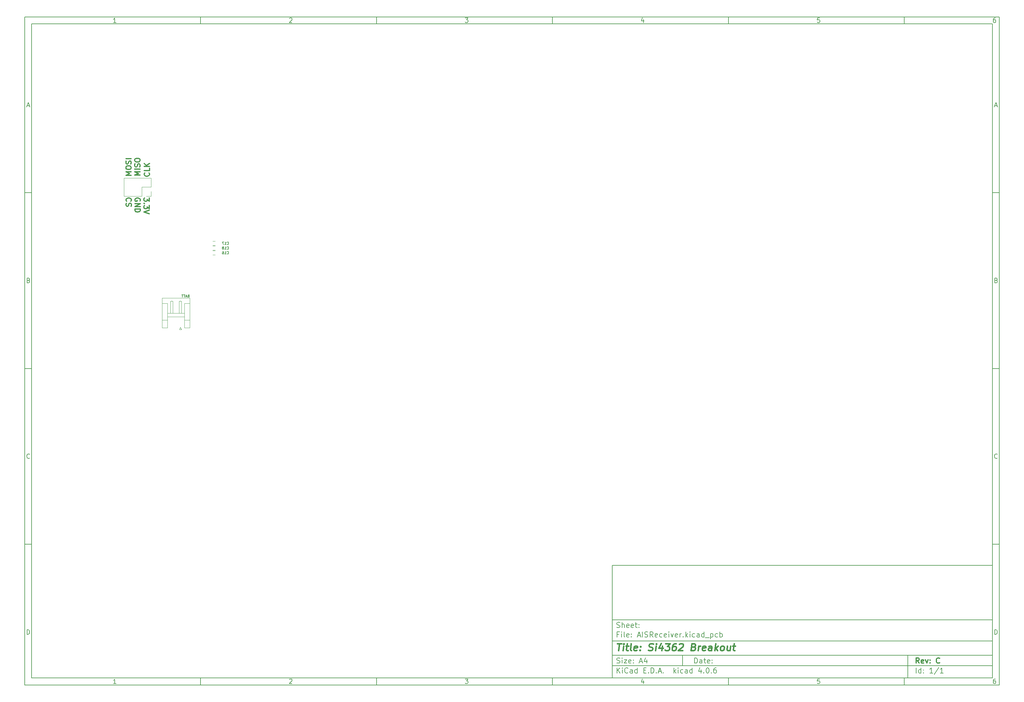
<source format=gbr>
G04 #@! TF.FileFunction,Legend,Bot*
%FSLAX46Y46*%
G04 Gerber Fmt 4.6, Leading zero omitted, Abs format (unit mm)*
G04 Created by KiCad (PCBNEW 4.0.6) date 09/08/17 15:19:15*
%MOMM*%
%LPD*%
G01*
G04 APERTURE LIST*
%ADD10C,0.150000*%
%ADD11C,0.300000*%
%ADD12C,0.400000*%
%ADD13C,0.120000*%
G04 APERTURE END LIST*
D10*
X177002200Y-166007200D02*
X177002200Y-198007200D01*
X285002200Y-198007200D01*
X285002200Y-166007200D01*
X177002200Y-166007200D01*
X10000000Y-10000000D02*
X10000000Y-200007200D01*
X287002200Y-200007200D01*
X287002200Y-10000000D01*
X10000000Y-10000000D01*
X12000000Y-12000000D02*
X12000000Y-198007200D01*
X285002200Y-198007200D01*
X285002200Y-12000000D01*
X12000000Y-12000000D01*
X60000000Y-12000000D02*
X60000000Y-10000000D01*
X110000000Y-12000000D02*
X110000000Y-10000000D01*
X160000000Y-12000000D02*
X160000000Y-10000000D01*
X210000000Y-12000000D02*
X210000000Y-10000000D01*
X260000000Y-12000000D02*
X260000000Y-10000000D01*
X35990476Y-11588095D02*
X35247619Y-11588095D01*
X35619048Y-11588095D02*
X35619048Y-10288095D01*
X35495238Y-10473810D01*
X35371429Y-10597619D01*
X35247619Y-10659524D01*
X85247619Y-10411905D02*
X85309524Y-10350000D01*
X85433333Y-10288095D01*
X85742857Y-10288095D01*
X85866667Y-10350000D01*
X85928571Y-10411905D01*
X85990476Y-10535714D01*
X85990476Y-10659524D01*
X85928571Y-10845238D01*
X85185714Y-11588095D01*
X85990476Y-11588095D01*
X135185714Y-10288095D02*
X135990476Y-10288095D01*
X135557143Y-10783333D01*
X135742857Y-10783333D01*
X135866667Y-10845238D01*
X135928571Y-10907143D01*
X135990476Y-11030952D01*
X135990476Y-11340476D01*
X135928571Y-11464286D01*
X135866667Y-11526190D01*
X135742857Y-11588095D01*
X135371429Y-11588095D01*
X135247619Y-11526190D01*
X135185714Y-11464286D01*
X185866667Y-10721429D02*
X185866667Y-11588095D01*
X185557143Y-10226190D02*
X185247619Y-11154762D01*
X186052381Y-11154762D01*
X235928571Y-10288095D02*
X235309524Y-10288095D01*
X235247619Y-10907143D01*
X235309524Y-10845238D01*
X235433333Y-10783333D01*
X235742857Y-10783333D01*
X235866667Y-10845238D01*
X235928571Y-10907143D01*
X235990476Y-11030952D01*
X235990476Y-11340476D01*
X235928571Y-11464286D01*
X235866667Y-11526190D01*
X235742857Y-11588095D01*
X235433333Y-11588095D01*
X235309524Y-11526190D01*
X235247619Y-11464286D01*
X285866667Y-10288095D02*
X285619048Y-10288095D01*
X285495238Y-10350000D01*
X285433333Y-10411905D01*
X285309524Y-10597619D01*
X285247619Y-10845238D01*
X285247619Y-11340476D01*
X285309524Y-11464286D01*
X285371429Y-11526190D01*
X285495238Y-11588095D01*
X285742857Y-11588095D01*
X285866667Y-11526190D01*
X285928571Y-11464286D01*
X285990476Y-11340476D01*
X285990476Y-11030952D01*
X285928571Y-10907143D01*
X285866667Y-10845238D01*
X285742857Y-10783333D01*
X285495238Y-10783333D01*
X285371429Y-10845238D01*
X285309524Y-10907143D01*
X285247619Y-11030952D01*
X60000000Y-198007200D02*
X60000000Y-200007200D01*
X110000000Y-198007200D02*
X110000000Y-200007200D01*
X160000000Y-198007200D02*
X160000000Y-200007200D01*
X210000000Y-198007200D02*
X210000000Y-200007200D01*
X260000000Y-198007200D02*
X260000000Y-200007200D01*
X35990476Y-199595295D02*
X35247619Y-199595295D01*
X35619048Y-199595295D02*
X35619048Y-198295295D01*
X35495238Y-198481010D01*
X35371429Y-198604819D01*
X35247619Y-198666724D01*
X85247619Y-198419105D02*
X85309524Y-198357200D01*
X85433333Y-198295295D01*
X85742857Y-198295295D01*
X85866667Y-198357200D01*
X85928571Y-198419105D01*
X85990476Y-198542914D01*
X85990476Y-198666724D01*
X85928571Y-198852438D01*
X85185714Y-199595295D01*
X85990476Y-199595295D01*
X135185714Y-198295295D02*
X135990476Y-198295295D01*
X135557143Y-198790533D01*
X135742857Y-198790533D01*
X135866667Y-198852438D01*
X135928571Y-198914343D01*
X135990476Y-199038152D01*
X135990476Y-199347676D01*
X135928571Y-199471486D01*
X135866667Y-199533390D01*
X135742857Y-199595295D01*
X135371429Y-199595295D01*
X135247619Y-199533390D01*
X135185714Y-199471486D01*
X185866667Y-198728629D02*
X185866667Y-199595295D01*
X185557143Y-198233390D02*
X185247619Y-199161962D01*
X186052381Y-199161962D01*
X235928571Y-198295295D02*
X235309524Y-198295295D01*
X235247619Y-198914343D01*
X235309524Y-198852438D01*
X235433333Y-198790533D01*
X235742857Y-198790533D01*
X235866667Y-198852438D01*
X235928571Y-198914343D01*
X235990476Y-199038152D01*
X235990476Y-199347676D01*
X235928571Y-199471486D01*
X235866667Y-199533390D01*
X235742857Y-199595295D01*
X235433333Y-199595295D01*
X235309524Y-199533390D01*
X235247619Y-199471486D01*
X285866667Y-198295295D02*
X285619048Y-198295295D01*
X285495238Y-198357200D01*
X285433333Y-198419105D01*
X285309524Y-198604819D01*
X285247619Y-198852438D01*
X285247619Y-199347676D01*
X285309524Y-199471486D01*
X285371429Y-199533390D01*
X285495238Y-199595295D01*
X285742857Y-199595295D01*
X285866667Y-199533390D01*
X285928571Y-199471486D01*
X285990476Y-199347676D01*
X285990476Y-199038152D01*
X285928571Y-198914343D01*
X285866667Y-198852438D01*
X285742857Y-198790533D01*
X285495238Y-198790533D01*
X285371429Y-198852438D01*
X285309524Y-198914343D01*
X285247619Y-199038152D01*
X10000000Y-60000000D02*
X12000000Y-60000000D01*
X10000000Y-110000000D02*
X12000000Y-110000000D01*
X10000000Y-160000000D02*
X12000000Y-160000000D01*
X10690476Y-35216667D02*
X11309524Y-35216667D01*
X10566667Y-35588095D02*
X11000000Y-34288095D01*
X11433333Y-35588095D01*
X11092857Y-84907143D02*
X11278571Y-84969048D01*
X11340476Y-85030952D01*
X11402381Y-85154762D01*
X11402381Y-85340476D01*
X11340476Y-85464286D01*
X11278571Y-85526190D01*
X11154762Y-85588095D01*
X10659524Y-85588095D01*
X10659524Y-84288095D01*
X11092857Y-84288095D01*
X11216667Y-84350000D01*
X11278571Y-84411905D01*
X11340476Y-84535714D01*
X11340476Y-84659524D01*
X11278571Y-84783333D01*
X11216667Y-84845238D01*
X11092857Y-84907143D01*
X10659524Y-84907143D01*
X11402381Y-135464286D02*
X11340476Y-135526190D01*
X11154762Y-135588095D01*
X11030952Y-135588095D01*
X10845238Y-135526190D01*
X10721429Y-135402381D01*
X10659524Y-135278571D01*
X10597619Y-135030952D01*
X10597619Y-134845238D01*
X10659524Y-134597619D01*
X10721429Y-134473810D01*
X10845238Y-134350000D01*
X11030952Y-134288095D01*
X11154762Y-134288095D01*
X11340476Y-134350000D01*
X11402381Y-134411905D01*
X10659524Y-185588095D02*
X10659524Y-184288095D01*
X10969048Y-184288095D01*
X11154762Y-184350000D01*
X11278571Y-184473810D01*
X11340476Y-184597619D01*
X11402381Y-184845238D01*
X11402381Y-185030952D01*
X11340476Y-185278571D01*
X11278571Y-185402381D01*
X11154762Y-185526190D01*
X10969048Y-185588095D01*
X10659524Y-185588095D01*
X287002200Y-60000000D02*
X285002200Y-60000000D01*
X287002200Y-110000000D02*
X285002200Y-110000000D01*
X287002200Y-160000000D02*
X285002200Y-160000000D01*
X285692676Y-35216667D02*
X286311724Y-35216667D01*
X285568867Y-35588095D02*
X286002200Y-34288095D01*
X286435533Y-35588095D01*
X286095057Y-84907143D02*
X286280771Y-84969048D01*
X286342676Y-85030952D01*
X286404581Y-85154762D01*
X286404581Y-85340476D01*
X286342676Y-85464286D01*
X286280771Y-85526190D01*
X286156962Y-85588095D01*
X285661724Y-85588095D01*
X285661724Y-84288095D01*
X286095057Y-84288095D01*
X286218867Y-84350000D01*
X286280771Y-84411905D01*
X286342676Y-84535714D01*
X286342676Y-84659524D01*
X286280771Y-84783333D01*
X286218867Y-84845238D01*
X286095057Y-84907143D01*
X285661724Y-84907143D01*
X286404581Y-135464286D02*
X286342676Y-135526190D01*
X286156962Y-135588095D01*
X286033152Y-135588095D01*
X285847438Y-135526190D01*
X285723629Y-135402381D01*
X285661724Y-135278571D01*
X285599819Y-135030952D01*
X285599819Y-134845238D01*
X285661724Y-134597619D01*
X285723629Y-134473810D01*
X285847438Y-134350000D01*
X286033152Y-134288095D01*
X286156962Y-134288095D01*
X286342676Y-134350000D01*
X286404581Y-134411905D01*
X285661724Y-185588095D02*
X285661724Y-184288095D01*
X285971248Y-184288095D01*
X286156962Y-184350000D01*
X286280771Y-184473810D01*
X286342676Y-184597619D01*
X286404581Y-184845238D01*
X286404581Y-185030952D01*
X286342676Y-185278571D01*
X286280771Y-185402381D01*
X286156962Y-185526190D01*
X285971248Y-185588095D01*
X285661724Y-185588095D01*
X200359343Y-193785771D02*
X200359343Y-192285771D01*
X200716486Y-192285771D01*
X200930771Y-192357200D01*
X201073629Y-192500057D01*
X201145057Y-192642914D01*
X201216486Y-192928629D01*
X201216486Y-193142914D01*
X201145057Y-193428629D01*
X201073629Y-193571486D01*
X200930771Y-193714343D01*
X200716486Y-193785771D01*
X200359343Y-193785771D01*
X202502200Y-193785771D02*
X202502200Y-193000057D01*
X202430771Y-192857200D01*
X202287914Y-192785771D01*
X202002200Y-192785771D01*
X201859343Y-192857200D01*
X202502200Y-193714343D02*
X202359343Y-193785771D01*
X202002200Y-193785771D01*
X201859343Y-193714343D01*
X201787914Y-193571486D01*
X201787914Y-193428629D01*
X201859343Y-193285771D01*
X202002200Y-193214343D01*
X202359343Y-193214343D01*
X202502200Y-193142914D01*
X203002200Y-192785771D02*
X203573629Y-192785771D01*
X203216486Y-192285771D02*
X203216486Y-193571486D01*
X203287914Y-193714343D01*
X203430772Y-193785771D01*
X203573629Y-193785771D01*
X204645057Y-193714343D02*
X204502200Y-193785771D01*
X204216486Y-193785771D01*
X204073629Y-193714343D01*
X204002200Y-193571486D01*
X204002200Y-193000057D01*
X204073629Y-192857200D01*
X204216486Y-192785771D01*
X204502200Y-192785771D01*
X204645057Y-192857200D01*
X204716486Y-193000057D01*
X204716486Y-193142914D01*
X204002200Y-193285771D01*
X205359343Y-193642914D02*
X205430771Y-193714343D01*
X205359343Y-193785771D01*
X205287914Y-193714343D01*
X205359343Y-193642914D01*
X205359343Y-193785771D01*
X205359343Y-192857200D02*
X205430771Y-192928629D01*
X205359343Y-193000057D01*
X205287914Y-192928629D01*
X205359343Y-192857200D01*
X205359343Y-193000057D01*
X177002200Y-194507200D02*
X285002200Y-194507200D01*
X178359343Y-196585771D02*
X178359343Y-195085771D01*
X179216486Y-196585771D02*
X178573629Y-195728629D01*
X179216486Y-195085771D02*
X178359343Y-195942914D01*
X179859343Y-196585771D02*
X179859343Y-195585771D01*
X179859343Y-195085771D02*
X179787914Y-195157200D01*
X179859343Y-195228629D01*
X179930771Y-195157200D01*
X179859343Y-195085771D01*
X179859343Y-195228629D01*
X181430772Y-196442914D02*
X181359343Y-196514343D01*
X181145057Y-196585771D01*
X181002200Y-196585771D01*
X180787915Y-196514343D01*
X180645057Y-196371486D01*
X180573629Y-196228629D01*
X180502200Y-195942914D01*
X180502200Y-195728629D01*
X180573629Y-195442914D01*
X180645057Y-195300057D01*
X180787915Y-195157200D01*
X181002200Y-195085771D01*
X181145057Y-195085771D01*
X181359343Y-195157200D01*
X181430772Y-195228629D01*
X182716486Y-196585771D02*
X182716486Y-195800057D01*
X182645057Y-195657200D01*
X182502200Y-195585771D01*
X182216486Y-195585771D01*
X182073629Y-195657200D01*
X182716486Y-196514343D02*
X182573629Y-196585771D01*
X182216486Y-196585771D01*
X182073629Y-196514343D01*
X182002200Y-196371486D01*
X182002200Y-196228629D01*
X182073629Y-196085771D01*
X182216486Y-196014343D01*
X182573629Y-196014343D01*
X182716486Y-195942914D01*
X184073629Y-196585771D02*
X184073629Y-195085771D01*
X184073629Y-196514343D02*
X183930772Y-196585771D01*
X183645058Y-196585771D01*
X183502200Y-196514343D01*
X183430772Y-196442914D01*
X183359343Y-196300057D01*
X183359343Y-195871486D01*
X183430772Y-195728629D01*
X183502200Y-195657200D01*
X183645058Y-195585771D01*
X183930772Y-195585771D01*
X184073629Y-195657200D01*
X185930772Y-195800057D02*
X186430772Y-195800057D01*
X186645058Y-196585771D02*
X185930772Y-196585771D01*
X185930772Y-195085771D01*
X186645058Y-195085771D01*
X187287915Y-196442914D02*
X187359343Y-196514343D01*
X187287915Y-196585771D01*
X187216486Y-196514343D01*
X187287915Y-196442914D01*
X187287915Y-196585771D01*
X188002201Y-196585771D02*
X188002201Y-195085771D01*
X188359344Y-195085771D01*
X188573629Y-195157200D01*
X188716487Y-195300057D01*
X188787915Y-195442914D01*
X188859344Y-195728629D01*
X188859344Y-195942914D01*
X188787915Y-196228629D01*
X188716487Y-196371486D01*
X188573629Y-196514343D01*
X188359344Y-196585771D01*
X188002201Y-196585771D01*
X189502201Y-196442914D02*
X189573629Y-196514343D01*
X189502201Y-196585771D01*
X189430772Y-196514343D01*
X189502201Y-196442914D01*
X189502201Y-196585771D01*
X190145058Y-196157200D02*
X190859344Y-196157200D01*
X190002201Y-196585771D02*
X190502201Y-195085771D01*
X191002201Y-196585771D01*
X191502201Y-196442914D02*
X191573629Y-196514343D01*
X191502201Y-196585771D01*
X191430772Y-196514343D01*
X191502201Y-196442914D01*
X191502201Y-196585771D01*
X194502201Y-196585771D02*
X194502201Y-195085771D01*
X194645058Y-196014343D02*
X195073629Y-196585771D01*
X195073629Y-195585771D02*
X194502201Y-196157200D01*
X195716487Y-196585771D02*
X195716487Y-195585771D01*
X195716487Y-195085771D02*
X195645058Y-195157200D01*
X195716487Y-195228629D01*
X195787915Y-195157200D01*
X195716487Y-195085771D01*
X195716487Y-195228629D01*
X197073630Y-196514343D02*
X196930773Y-196585771D01*
X196645059Y-196585771D01*
X196502201Y-196514343D01*
X196430773Y-196442914D01*
X196359344Y-196300057D01*
X196359344Y-195871486D01*
X196430773Y-195728629D01*
X196502201Y-195657200D01*
X196645059Y-195585771D01*
X196930773Y-195585771D01*
X197073630Y-195657200D01*
X198359344Y-196585771D02*
X198359344Y-195800057D01*
X198287915Y-195657200D01*
X198145058Y-195585771D01*
X197859344Y-195585771D01*
X197716487Y-195657200D01*
X198359344Y-196514343D02*
X198216487Y-196585771D01*
X197859344Y-196585771D01*
X197716487Y-196514343D01*
X197645058Y-196371486D01*
X197645058Y-196228629D01*
X197716487Y-196085771D01*
X197859344Y-196014343D01*
X198216487Y-196014343D01*
X198359344Y-195942914D01*
X199716487Y-196585771D02*
X199716487Y-195085771D01*
X199716487Y-196514343D02*
X199573630Y-196585771D01*
X199287916Y-196585771D01*
X199145058Y-196514343D01*
X199073630Y-196442914D01*
X199002201Y-196300057D01*
X199002201Y-195871486D01*
X199073630Y-195728629D01*
X199145058Y-195657200D01*
X199287916Y-195585771D01*
X199573630Y-195585771D01*
X199716487Y-195657200D01*
X202216487Y-195585771D02*
X202216487Y-196585771D01*
X201859344Y-195014343D02*
X201502201Y-196085771D01*
X202430773Y-196085771D01*
X203002201Y-196442914D02*
X203073629Y-196514343D01*
X203002201Y-196585771D01*
X202930772Y-196514343D01*
X203002201Y-196442914D01*
X203002201Y-196585771D01*
X204002201Y-195085771D02*
X204145058Y-195085771D01*
X204287915Y-195157200D01*
X204359344Y-195228629D01*
X204430773Y-195371486D01*
X204502201Y-195657200D01*
X204502201Y-196014343D01*
X204430773Y-196300057D01*
X204359344Y-196442914D01*
X204287915Y-196514343D01*
X204145058Y-196585771D01*
X204002201Y-196585771D01*
X203859344Y-196514343D01*
X203787915Y-196442914D01*
X203716487Y-196300057D01*
X203645058Y-196014343D01*
X203645058Y-195657200D01*
X203716487Y-195371486D01*
X203787915Y-195228629D01*
X203859344Y-195157200D01*
X204002201Y-195085771D01*
X205145058Y-196442914D02*
X205216486Y-196514343D01*
X205145058Y-196585771D01*
X205073629Y-196514343D01*
X205145058Y-196442914D01*
X205145058Y-196585771D01*
X206502201Y-195085771D02*
X206216487Y-195085771D01*
X206073630Y-195157200D01*
X206002201Y-195228629D01*
X205859344Y-195442914D01*
X205787915Y-195728629D01*
X205787915Y-196300057D01*
X205859344Y-196442914D01*
X205930772Y-196514343D01*
X206073630Y-196585771D01*
X206359344Y-196585771D01*
X206502201Y-196514343D01*
X206573630Y-196442914D01*
X206645058Y-196300057D01*
X206645058Y-195942914D01*
X206573630Y-195800057D01*
X206502201Y-195728629D01*
X206359344Y-195657200D01*
X206073630Y-195657200D01*
X205930772Y-195728629D01*
X205859344Y-195800057D01*
X205787915Y-195942914D01*
X177002200Y-191507200D02*
X285002200Y-191507200D01*
D11*
X264216486Y-193785771D02*
X263716486Y-193071486D01*
X263359343Y-193785771D02*
X263359343Y-192285771D01*
X263930771Y-192285771D01*
X264073629Y-192357200D01*
X264145057Y-192428629D01*
X264216486Y-192571486D01*
X264216486Y-192785771D01*
X264145057Y-192928629D01*
X264073629Y-193000057D01*
X263930771Y-193071486D01*
X263359343Y-193071486D01*
X265430771Y-193714343D02*
X265287914Y-193785771D01*
X265002200Y-193785771D01*
X264859343Y-193714343D01*
X264787914Y-193571486D01*
X264787914Y-193000057D01*
X264859343Y-192857200D01*
X265002200Y-192785771D01*
X265287914Y-192785771D01*
X265430771Y-192857200D01*
X265502200Y-193000057D01*
X265502200Y-193142914D01*
X264787914Y-193285771D01*
X266002200Y-192785771D02*
X266359343Y-193785771D01*
X266716485Y-192785771D01*
X267287914Y-193642914D02*
X267359342Y-193714343D01*
X267287914Y-193785771D01*
X267216485Y-193714343D01*
X267287914Y-193642914D01*
X267287914Y-193785771D01*
X267287914Y-192857200D02*
X267359342Y-192928629D01*
X267287914Y-193000057D01*
X267216485Y-192928629D01*
X267287914Y-192857200D01*
X267287914Y-193000057D01*
X270002200Y-193642914D02*
X269930771Y-193714343D01*
X269716485Y-193785771D01*
X269573628Y-193785771D01*
X269359343Y-193714343D01*
X269216485Y-193571486D01*
X269145057Y-193428629D01*
X269073628Y-193142914D01*
X269073628Y-192928629D01*
X269145057Y-192642914D01*
X269216485Y-192500057D01*
X269359343Y-192357200D01*
X269573628Y-192285771D01*
X269716485Y-192285771D01*
X269930771Y-192357200D01*
X270002200Y-192428629D01*
D10*
X178287914Y-193714343D02*
X178502200Y-193785771D01*
X178859343Y-193785771D01*
X179002200Y-193714343D01*
X179073629Y-193642914D01*
X179145057Y-193500057D01*
X179145057Y-193357200D01*
X179073629Y-193214343D01*
X179002200Y-193142914D01*
X178859343Y-193071486D01*
X178573629Y-193000057D01*
X178430771Y-192928629D01*
X178359343Y-192857200D01*
X178287914Y-192714343D01*
X178287914Y-192571486D01*
X178359343Y-192428629D01*
X178430771Y-192357200D01*
X178573629Y-192285771D01*
X178930771Y-192285771D01*
X179145057Y-192357200D01*
X179787914Y-193785771D02*
X179787914Y-192785771D01*
X179787914Y-192285771D02*
X179716485Y-192357200D01*
X179787914Y-192428629D01*
X179859342Y-192357200D01*
X179787914Y-192285771D01*
X179787914Y-192428629D01*
X180359343Y-192785771D02*
X181145057Y-192785771D01*
X180359343Y-193785771D01*
X181145057Y-193785771D01*
X182287914Y-193714343D02*
X182145057Y-193785771D01*
X181859343Y-193785771D01*
X181716486Y-193714343D01*
X181645057Y-193571486D01*
X181645057Y-193000057D01*
X181716486Y-192857200D01*
X181859343Y-192785771D01*
X182145057Y-192785771D01*
X182287914Y-192857200D01*
X182359343Y-193000057D01*
X182359343Y-193142914D01*
X181645057Y-193285771D01*
X183002200Y-193642914D02*
X183073628Y-193714343D01*
X183002200Y-193785771D01*
X182930771Y-193714343D01*
X183002200Y-193642914D01*
X183002200Y-193785771D01*
X183002200Y-192857200D02*
X183073628Y-192928629D01*
X183002200Y-193000057D01*
X182930771Y-192928629D01*
X183002200Y-192857200D01*
X183002200Y-193000057D01*
X184787914Y-193357200D02*
X185502200Y-193357200D01*
X184645057Y-193785771D02*
X185145057Y-192285771D01*
X185645057Y-193785771D01*
X186787914Y-192785771D02*
X186787914Y-193785771D01*
X186430771Y-192214343D02*
X186073628Y-193285771D01*
X187002200Y-193285771D01*
X263359343Y-196585771D02*
X263359343Y-195085771D01*
X264716486Y-196585771D02*
X264716486Y-195085771D01*
X264716486Y-196514343D02*
X264573629Y-196585771D01*
X264287915Y-196585771D01*
X264145057Y-196514343D01*
X264073629Y-196442914D01*
X264002200Y-196300057D01*
X264002200Y-195871486D01*
X264073629Y-195728629D01*
X264145057Y-195657200D01*
X264287915Y-195585771D01*
X264573629Y-195585771D01*
X264716486Y-195657200D01*
X265430772Y-196442914D02*
X265502200Y-196514343D01*
X265430772Y-196585771D01*
X265359343Y-196514343D01*
X265430772Y-196442914D01*
X265430772Y-196585771D01*
X265430772Y-195657200D02*
X265502200Y-195728629D01*
X265430772Y-195800057D01*
X265359343Y-195728629D01*
X265430772Y-195657200D01*
X265430772Y-195800057D01*
X268073629Y-196585771D02*
X267216486Y-196585771D01*
X267645058Y-196585771D02*
X267645058Y-195085771D01*
X267502201Y-195300057D01*
X267359343Y-195442914D01*
X267216486Y-195514343D01*
X269787914Y-195014343D02*
X268502200Y-196942914D01*
X271073629Y-196585771D02*
X270216486Y-196585771D01*
X270645058Y-196585771D02*
X270645058Y-195085771D01*
X270502201Y-195300057D01*
X270359343Y-195442914D01*
X270216486Y-195514343D01*
X177002200Y-187507200D02*
X285002200Y-187507200D01*
D12*
X178454581Y-188211962D02*
X179597438Y-188211962D01*
X178776010Y-190211962D02*
X179026010Y-188211962D01*
X180014105Y-190211962D02*
X180180771Y-188878629D01*
X180264105Y-188211962D02*
X180156962Y-188307200D01*
X180240295Y-188402438D01*
X180347439Y-188307200D01*
X180264105Y-188211962D01*
X180240295Y-188402438D01*
X180847438Y-188878629D02*
X181609343Y-188878629D01*
X181216486Y-188211962D02*
X181002200Y-189926248D01*
X181073630Y-190116724D01*
X181252201Y-190211962D01*
X181442677Y-190211962D01*
X182395058Y-190211962D02*
X182216487Y-190116724D01*
X182145057Y-189926248D01*
X182359343Y-188211962D01*
X183930772Y-190116724D02*
X183728391Y-190211962D01*
X183347439Y-190211962D01*
X183168867Y-190116724D01*
X183097438Y-189926248D01*
X183192676Y-189164343D01*
X183311724Y-188973867D01*
X183514105Y-188878629D01*
X183895057Y-188878629D01*
X184073629Y-188973867D01*
X184145057Y-189164343D01*
X184121248Y-189354819D01*
X183145057Y-189545295D01*
X184895057Y-190021486D02*
X184978392Y-190116724D01*
X184871248Y-190211962D01*
X184787915Y-190116724D01*
X184895057Y-190021486D01*
X184871248Y-190211962D01*
X185026010Y-188973867D02*
X185109344Y-189069105D01*
X185002200Y-189164343D01*
X184918867Y-189069105D01*
X185026010Y-188973867D01*
X185002200Y-189164343D01*
X187264106Y-190116724D02*
X187537916Y-190211962D01*
X188014106Y-190211962D01*
X188216487Y-190116724D01*
X188323629Y-190021486D01*
X188442678Y-189831010D01*
X188466487Y-189640533D01*
X188395058Y-189450057D01*
X188311725Y-189354819D01*
X188133153Y-189259581D01*
X187764106Y-189164343D01*
X187585535Y-189069105D01*
X187502201Y-188973867D01*
X187430772Y-188783390D01*
X187454582Y-188592914D01*
X187573629Y-188402438D01*
X187680773Y-188307200D01*
X187883154Y-188211962D01*
X188359344Y-188211962D01*
X188633154Y-188307200D01*
X189252201Y-190211962D02*
X189418867Y-188878629D01*
X189502201Y-188211962D02*
X189395058Y-188307200D01*
X189478391Y-188402438D01*
X189585535Y-188307200D01*
X189502201Y-188211962D01*
X189478391Y-188402438D01*
X191228391Y-188878629D02*
X191061725Y-190211962D01*
X190847440Y-188116724D02*
X190192677Y-189545295D01*
X191430773Y-189545295D01*
X192168868Y-188211962D02*
X193406964Y-188211962D01*
X192645059Y-188973867D01*
X192930773Y-188973867D01*
X193109344Y-189069105D01*
X193192677Y-189164343D01*
X193264107Y-189354819D01*
X193204583Y-189831010D01*
X193085534Y-190021486D01*
X192978392Y-190116724D01*
X192776011Y-190211962D01*
X192204583Y-190211962D01*
X192026011Y-190116724D01*
X191942677Y-190021486D01*
X195121249Y-188211962D02*
X194740297Y-188211962D01*
X194537916Y-188307200D01*
X194430773Y-188402438D01*
X194204582Y-188688152D01*
X194061725Y-189069105D01*
X193966487Y-189831010D01*
X194037915Y-190021486D01*
X194121250Y-190116724D01*
X194299821Y-190211962D01*
X194680773Y-190211962D01*
X194883154Y-190116724D01*
X194990296Y-190021486D01*
X195109345Y-189831010D01*
X195168869Y-189354819D01*
X195097439Y-189164343D01*
X195014106Y-189069105D01*
X194835535Y-188973867D01*
X194454583Y-188973867D01*
X194252202Y-189069105D01*
X194145058Y-189164343D01*
X194026011Y-189354819D01*
X196049820Y-188402438D02*
X196156963Y-188307200D01*
X196359345Y-188211962D01*
X196835535Y-188211962D01*
X197014106Y-188307200D01*
X197097439Y-188402438D01*
X197168869Y-188592914D01*
X197145059Y-188783390D01*
X197014106Y-189069105D01*
X195728392Y-190211962D01*
X196966488Y-190211962D01*
X200145059Y-189164343D02*
X200418868Y-189259581D01*
X200502203Y-189354819D01*
X200573631Y-189545295D01*
X200537917Y-189831010D01*
X200418869Y-190021486D01*
X200311726Y-190116724D01*
X200109345Y-190211962D01*
X199347440Y-190211962D01*
X199597440Y-188211962D01*
X200264107Y-188211962D01*
X200442678Y-188307200D01*
X200526011Y-188402438D01*
X200597441Y-188592914D01*
X200573631Y-188783390D01*
X200454583Y-188973867D01*
X200347440Y-189069105D01*
X200145059Y-189164343D01*
X199478392Y-189164343D01*
X201347440Y-190211962D02*
X201514106Y-188878629D01*
X201466487Y-189259581D02*
X201585536Y-189069105D01*
X201692679Y-188973867D01*
X201895059Y-188878629D01*
X202085535Y-188878629D01*
X203359345Y-190116724D02*
X203156964Y-190211962D01*
X202776012Y-190211962D01*
X202597440Y-190116724D01*
X202526011Y-189926248D01*
X202621249Y-189164343D01*
X202740297Y-188973867D01*
X202942678Y-188878629D01*
X203323630Y-188878629D01*
X203502202Y-188973867D01*
X203573630Y-189164343D01*
X203549821Y-189354819D01*
X202573630Y-189545295D01*
X205156964Y-190211962D02*
X205287916Y-189164343D01*
X205216488Y-188973867D01*
X205037916Y-188878629D01*
X204656964Y-188878629D01*
X204454583Y-188973867D01*
X205168869Y-190116724D02*
X204966488Y-190211962D01*
X204490298Y-190211962D01*
X204311726Y-190116724D01*
X204240297Y-189926248D01*
X204264107Y-189735771D01*
X204383154Y-189545295D01*
X204585536Y-189450057D01*
X205061726Y-189450057D01*
X205264107Y-189354819D01*
X206109345Y-190211962D02*
X206359345Y-188211962D01*
X206395060Y-189450057D02*
X206871250Y-190211962D01*
X207037916Y-188878629D02*
X206180773Y-189640533D01*
X208014108Y-190211962D02*
X207835537Y-190116724D01*
X207752202Y-190021486D01*
X207680774Y-189831010D01*
X207752202Y-189259581D01*
X207871250Y-189069105D01*
X207978394Y-188973867D01*
X208180774Y-188878629D01*
X208466488Y-188878629D01*
X208645060Y-188973867D01*
X208728393Y-189069105D01*
X208799821Y-189259581D01*
X208728393Y-189831010D01*
X208609345Y-190021486D01*
X208502203Y-190116724D01*
X208299822Y-190211962D01*
X208014108Y-190211962D01*
X210561726Y-188878629D02*
X210395060Y-190211962D01*
X209704583Y-188878629D02*
X209573631Y-189926248D01*
X209645061Y-190116724D01*
X209823632Y-190211962D01*
X210109346Y-190211962D01*
X210311727Y-190116724D01*
X210418869Y-190021486D01*
X211228393Y-188878629D02*
X211990298Y-188878629D01*
X211597441Y-188211962D02*
X211383155Y-189926248D01*
X211454585Y-190116724D01*
X211633156Y-190211962D01*
X211823632Y-190211962D01*
D10*
X178859343Y-185600057D02*
X178359343Y-185600057D01*
X178359343Y-186385771D02*
X178359343Y-184885771D01*
X179073629Y-184885771D01*
X179645057Y-186385771D02*
X179645057Y-185385771D01*
X179645057Y-184885771D02*
X179573628Y-184957200D01*
X179645057Y-185028629D01*
X179716485Y-184957200D01*
X179645057Y-184885771D01*
X179645057Y-185028629D01*
X180573629Y-186385771D02*
X180430771Y-186314343D01*
X180359343Y-186171486D01*
X180359343Y-184885771D01*
X181716485Y-186314343D02*
X181573628Y-186385771D01*
X181287914Y-186385771D01*
X181145057Y-186314343D01*
X181073628Y-186171486D01*
X181073628Y-185600057D01*
X181145057Y-185457200D01*
X181287914Y-185385771D01*
X181573628Y-185385771D01*
X181716485Y-185457200D01*
X181787914Y-185600057D01*
X181787914Y-185742914D01*
X181073628Y-185885771D01*
X182430771Y-186242914D02*
X182502199Y-186314343D01*
X182430771Y-186385771D01*
X182359342Y-186314343D01*
X182430771Y-186242914D01*
X182430771Y-186385771D01*
X182430771Y-185457200D02*
X182502199Y-185528629D01*
X182430771Y-185600057D01*
X182359342Y-185528629D01*
X182430771Y-185457200D01*
X182430771Y-185600057D01*
X184216485Y-185957200D02*
X184930771Y-185957200D01*
X184073628Y-186385771D02*
X184573628Y-184885771D01*
X185073628Y-186385771D01*
X185573628Y-186385771D02*
X185573628Y-184885771D01*
X186216485Y-186314343D02*
X186430771Y-186385771D01*
X186787914Y-186385771D01*
X186930771Y-186314343D01*
X187002200Y-186242914D01*
X187073628Y-186100057D01*
X187073628Y-185957200D01*
X187002200Y-185814343D01*
X186930771Y-185742914D01*
X186787914Y-185671486D01*
X186502200Y-185600057D01*
X186359342Y-185528629D01*
X186287914Y-185457200D01*
X186216485Y-185314343D01*
X186216485Y-185171486D01*
X186287914Y-185028629D01*
X186359342Y-184957200D01*
X186502200Y-184885771D01*
X186859342Y-184885771D01*
X187073628Y-184957200D01*
X188573628Y-186385771D02*
X188073628Y-185671486D01*
X187716485Y-186385771D02*
X187716485Y-184885771D01*
X188287913Y-184885771D01*
X188430771Y-184957200D01*
X188502199Y-185028629D01*
X188573628Y-185171486D01*
X188573628Y-185385771D01*
X188502199Y-185528629D01*
X188430771Y-185600057D01*
X188287913Y-185671486D01*
X187716485Y-185671486D01*
X189787913Y-186314343D02*
X189645056Y-186385771D01*
X189359342Y-186385771D01*
X189216485Y-186314343D01*
X189145056Y-186171486D01*
X189145056Y-185600057D01*
X189216485Y-185457200D01*
X189359342Y-185385771D01*
X189645056Y-185385771D01*
X189787913Y-185457200D01*
X189859342Y-185600057D01*
X189859342Y-185742914D01*
X189145056Y-185885771D01*
X191145056Y-186314343D02*
X191002199Y-186385771D01*
X190716485Y-186385771D01*
X190573627Y-186314343D01*
X190502199Y-186242914D01*
X190430770Y-186100057D01*
X190430770Y-185671486D01*
X190502199Y-185528629D01*
X190573627Y-185457200D01*
X190716485Y-185385771D01*
X191002199Y-185385771D01*
X191145056Y-185457200D01*
X192359341Y-186314343D02*
X192216484Y-186385771D01*
X191930770Y-186385771D01*
X191787913Y-186314343D01*
X191716484Y-186171486D01*
X191716484Y-185600057D01*
X191787913Y-185457200D01*
X191930770Y-185385771D01*
X192216484Y-185385771D01*
X192359341Y-185457200D01*
X192430770Y-185600057D01*
X192430770Y-185742914D01*
X191716484Y-185885771D01*
X193073627Y-186385771D02*
X193073627Y-185385771D01*
X193073627Y-184885771D02*
X193002198Y-184957200D01*
X193073627Y-185028629D01*
X193145055Y-184957200D01*
X193073627Y-184885771D01*
X193073627Y-185028629D01*
X193645056Y-185385771D02*
X194002199Y-186385771D01*
X194359341Y-185385771D01*
X195502198Y-186314343D02*
X195359341Y-186385771D01*
X195073627Y-186385771D01*
X194930770Y-186314343D01*
X194859341Y-186171486D01*
X194859341Y-185600057D01*
X194930770Y-185457200D01*
X195073627Y-185385771D01*
X195359341Y-185385771D01*
X195502198Y-185457200D01*
X195573627Y-185600057D01*
X195573627Y-185742914D01*
X194859341Y-185885771D01*
X196216484Y-186385771D02*
X196216484Y-185385771D01*
X196216484Y-185671486D02*
X196287912Y-185528629D01*
X196359341Y-185457200D01*
X196502198Y-185385771D01*
X196645055Y-185385771D01*
X197145055Y-186242914D02*
X197216483Y-186314343D01*
X197145055Y-186385771D01*
X197073626Y-186314343D01*
X197145055Y-186242914D01*
X197145055Y-186385771D01*
X197859341Y-186385771D02*
X197859341Y-184885771D01*
X198002198Y-185814343D02*
X198430769Y-186385771D01*
X198430769Y-185385771D02*
X197859341Y-185957200D01*
X199073627Y-186385771D02*
X199073627Y-185385771D01*
X199073627Y-184885771D02*
X199002198Y-184957200D01*
X199073627Y-185028629D01*
X199145055Y-184957200D01*
X199073627Y-184885771D01*
X199073627Y-185028629D01*
X200430770Y-186314343D02*
X200287913Y-186385771D01*
X200002199Y-186385771D01*
X199859341Y-186314343D01*
X199787913Y-186242914D01*
X199716484Y-186100057D01*
X199716484Y-185671486D01*
X199787913Y-185528629D01*
X199859341Y-185457200D01*
X200002199Y-185385771D01*
X200287913Y-185385771D01*
X200430770Y-185457200D01*
X201716484Y-186385771D02*
X201716484Y-185600057D01*
X201645055Y-185457200D01*
X201502198Y-185385771D01*
X201216484Y-185385771D01*
X201073627Y-185457200D01*
X201716484Y-186314343D02*
X201573627Y-186385771D01*
X201216484Y-186385771D01*
X201073627Y-186314343D01*
X201002198Y-186171486D01*
X201002198Y-186028629D01*
X201073627Y-185885771D01*
X201216484Y-185814343D01*
X201573627Y-185814343D01*
X201716484Y-185742914D01*
X203073627Y-186385771D02*
X203073627Y-184885771D01*
X203073627Y-186314343D02*
X202930770Y-186385771D01*
X202645056Y-186385771D01*
X202502198Y-186314343D01*
X202430770Y-186242914D01*
X202359341Y-186100057D01*
X202359341Y-185671486D01*
X202430770Y-185528629D01*
X202502198Y-185457200D01*
X202645056Y-185385771D01*
X202930770Y-185385771D01*
X203073627Y-185457200D01*
X203430770Y-186528629D02*
X204573627Y-186528629D01*
X204930770Y-185385771D02*
X204930770Y-186885771D01*
X204930770Y-185457200D02*
X205073627Y-185385771D01*
X205359341Y-185385771D01*
X205502198Y-185457200D01*
X205573627Y-185528629D01*
X205645056Y-185671486D01*
X205645056Y-186100057D01*
X205573627Y-186242914D01*
X205502198Y-186314343D01*
X205359341Y-186385771D01*
X205073627Y-186385771D01*
X204930770Y-186314343D01*
X206930770Y-186314343D02*
X206787913Y-186385771D01*
X206502199Y-186385771D01*
X206359341Y-186314343D01*
X206287913Y-186242914D01*
X206216484Y-186100057D01*
X206216484Y-185671486D01*
X206287913Y-185528629D01*
X206359341Y-185457200D01*
X206502199Y-185385771D01*
X206787913Y-185385771D01*
X206930770Y-185457200D01*
X207573627Y-186385771D02*
X207573627Y-184885771D01*
X207573627Y-185457200D02*
X207716484Y-185385771D01*
X208002198Y-185385771D01*
X208145055Y-185457200D01*
X208216484Y-185528629D01*
X208287913Y-185671486D01*
X208287913Y-186100057D01*
X208216484Y-186242914D01*
X208145055Y-186314343D01*
X208002198Y-186385771D01*
X207716484Y-186385771D01*
X207573627Y-186314343D01*
X177002200Y-181507200D02*
X285002200Y-181507200D01*
X178287914Y-183614343D02*
X178502200Y-183685771D01*
X178859343Y-183685771D01*
X179002200Y-183614343D01*
X179073629Y-183542914D01*
X179145057Y-183400057D01*
X179145057Y-183257200D01*
X179073629Y-183114343D01*
X179002200Y-183042914D01*
X178859343Y-182971486D01*
X178573629Y-182900057D01*
X178430771Y-182828629D01*
X178359343Y-182757200D01*
X178287914Y-182614343D01*
X178287914Y-182471486D01*
X178359343Y-182328629D01*
X178430771Y-182257200D01*
X178573629Y-182185771D01*
X178930771Y-182185771D01*
X179145057Y-182257200D01*
X179787914Y-183685771D02*
X179787914Y-182185771D01*
X180430771Y-183685771D02*
X180430771Y-182900057D01*
X180359342Y-182757200D01*
X180216485Y-182685771D01*
X180002200Y-182685771D01*
X179859342Y-182757200D01*
X179787914Y-182828629D01*
X181716485Y-183614343D02*
X181573628Y-183685771D01*
X181287914Y-183685771D01*
X181145057Y-183614343D01*
X181073628Y-183471486D01*
X181073628Y-182900057D01*
X181145057Y-182757200D01*
X181287914Y-182685771D01*
X181573628Y-182685771D01*
X181716485Y-182757200D01*
X181787914Y-182900057D01*
X181787914Y-183042914D01*
X181073628Y-183185771D01*
X183002199Y-183614343D02*
X182859342Y-183685771D01*
X182573628Y-183685771D01*
X182430771Y-183614343D01*
X182359342Y-183471486D01*
X182359342Y-182900057D01*
X182430771Y-182757200D01*
X182573628Y-182685771D01*
X182859342Y-182685771D01*
X183002199Y-182757200D01*
X183073628Y-182900057D01*
X183073628Y-183042914D01*
X182359342Y-183185771D01*
X183502199Y-182685771D02*
X184073628Y-182685771D01*
X183716485Y-182185771D02*
X183716485Y-183471486D01*
X183787913Y-183614343D01*
X183930771Y-183685771D01*
X184073628Y-183685771D01*
X184573628Y-183542914D02*
X184645056Y-183614343D01*
X184573628Y-183685771D01*
X184502199Y-183614343D01*
X184573628Y-183542914D01*
X184573628Y-183685771D01*
X184573628Y-182757200D02*
X184645056Y-182828629D01*
X184573628Y-182900057D01*
X184502199Y-182828629D01*
X184573628Y-182757200D01*
X184573628Y-182900057D01*
X197002200Y-191507200D02*
X197002200Y-194507200D01*
X261002200Y-191507200D02*
X261002200Y-198007200D01*
D11*
X45315914Y-54359857D02*
X45387343Y-54431286D01*
X45458771Y-54645572D01*
X45458771Y-54788429D01*
X45387343Y-55002714D01*
X45244486Y-55145572D01*
X45101629Y-55217000D01*
X44815914Y-55288429D01*
X44601629Y-55288429D01*
X44315914Y-55217000D01*
X44173057Y-55145572D01*
X44030200Y-55002714D01*
X43958771Y-54788429D01*
X43958771Y-54645572D01*
X44030200Y-54431286D01*
X44101629Y-54359857D01*
X45458771Y-53002714D02*
X45458771Y-53717000D01*
X43958771Y-53717000D01*
X45458771Y-52502714D02*
X43958771Y-52502714D01*
X45458771Y-51645571D02*
X44601629Y-52288428D01*
X43958771Y-51645571D02*
X44815914Y-52502714D01*
X42791771Y-55011343D02*
X41291771Y-55011343D01*
X42363200Y-54511343D01*
X41291771Y-54011343D01*
X42791771Y-54011343D01*
X42791771Y-53297057D02*
X41291771Y-53297057D01*
X42720343Y-52654200D02*
X42791771Y-52439914D01*
X42791771Y-52082771D01*
X42720343Y-51939914D01*
X42648914Y-51868485D01*
X42506057Y-51797057D01*
X42363200Y-51797057D01*
X42220343Y-51868485D01*
X42148914Y-51939914D01*
X42077486Y-52082771D01*
X42006057Y-52368485D01*
X41934629Y-52511343D01*
X41863200Y-52582771D01*
X41720343Y-52654200D01*
X41577486Y-52654200D01*
X41434629Y-52582771D01*
X41363200Y-52511343D01*
X41291771Y-52368485D01*
X41291771Y-52011343D01*
X41363200Y-51797057D01*
X41291771Y-50868486D02*
X41291771Y-50582772D01*
X41363200Y-50439914D01*
X41506057Y-50297057D01*
X41791771Y-50225629D01*
X42291771Y-50225629D01*
X42577486Y-50297057D01*
X42720343Y-50439914D01*
X42791771Y-50582772D01*
X42791771Y-50868486D01*
X42720343Y-51011343D01*
X42577486Y-51154200D01*
X42291771Y-51225629D01*
X41791771Y-51225629D01*
X41506057Y-51154200D01*
X41363200Y-51011343D01*
X41291771Y-50868486D01*
X40277171Y-55036743D02*
X38777171Y-55036743D01*
X39848600Y-54536743D01*
X38777171Y-54036743D01*
X40277171Y-54036743D01*
X38777171Y-53036743D02*
X38777171Y-52751029D01*
X38848600Y-52608171D01*
X38991457Y-52465314D01*
X39277171Y-52393886D01*
X39777171Y-52393886D01*
X40062886Y-52465314D01*
X40205743Y-52608171D01*
X40277171Y-52751029D01*
X40277171Y-53036743D01*
X40205743Y-53179600D01*
X40062886Y-53322457D01*
X39777171Y-53393886D01*
X39277171Y-53393886D01*
X38991457Y-53322457D01*
X38848600Y-53179600D01*
X38777171Y-53036743D01*
X40205743Y-51822457D02*
X40277171Y-51608171D01*
X40277171Y-51251028D01*
X40205743Y-51108171D01*
X40134314Y-51036742D01*
X39991457Y-50965314D01*
X39848600Y-50965314D01*
X39705743Y-51036742D01*
X39634314Y-51108171D01*
X39562886Y-51251028D01*
X39491457Y-51536742D01*
X39420029Y-51679600D01*
X39348600Y-51751028D01*
X39205743Y-51822457D01*
X39062886Y-51822457D01*
X38920029Y-51751028D01*
X38848600Y-51679600D01*
X38777171Y-51536742D01*
X38777171Y-51179600D01*
X38848600Y-50965314D01*
X40277171Y-50322457D02*
X38777171Y-50322457D01*
X45423829Y-61488915D02*
X45423829Y-62417486D01*
X44852400Y-61917486D01*
X44852400Y-62131772D01*
X44780971Y-62274629D01*
X44709543Y-62346058D01*
X44566686Y-62417486D01*
X44209543Y-62417486D01*
X44066686Y-62346058D01*
X43995257Y-62274629D01*
X43923829Y-62131772D01*
X43923829Y-61703200D01*
X43995257Y-61560343D01*
X44066686Y-61488915D01*
X44066686Y-63060343D02*
X43995257Y-63131771D01*
X43923829Y-63060343D01*
X43995257Y-62988914D01*
X44066686Y-63060343D01*
X43923829Y-63060343D01*
X45423829Y-63631772D02*
X45423829Y-64560343D01*
X44852400Y-64060343D01*
X44852400Y-64274629D01*
X44780971Y-64417486D01*
X44709543Y-64488915D01*
X44566686Y-64560343D01*
X44209543Y-64560343D01*
X44066686Y-64488915D01*
X43995257Y-64417486D01*
X43923829Y-64274629D01*
X43923829Y-63846057D01*
X43995257Y-63703200D01*
X44066686Y-63631772D01*
X45423829Y-64988914D02*
X43923829Y-65488914D01*
X45423829Y-65988914D01*
X42761600Y-62357143D02*
X42833029Y-62214286D01*
X42833029Y-62000000D01*
X42761600Y-61785715D01*
X42618743Y-61642857D01*
X42475886Y-61571429D01*
X42190171Y-61500000D01*
X41975886Y-61500000D01*
X41690171Y-61571429D01*
X41547314Y-61642857D01*
X41404457Y-61785715D01*
X41333029Y-62000000D01*
X41333029Y-62142857D01*
X41404457Y-62357143D01*
X41475886Y-62428572D01*
X41975886Y-62428572D01*
X41975886Y-62142857D01*
X41333029Y-63071429D02*
X42833029Y-63071429D01*
X41333029Y-63928572D01*
X42833029Y-63928572D01*
X41333029Y-64642858D02*
X42833029Y-64642858D01*
X42833029Y-65000001D01*
X42761600Y-65214286D01*
X42618743Y-65357144D01*
X42475886Y-65428572D01*
X42190171Y-65500001D01*
X41975886Y-65500001D01*
X41690171Y-65428572D01*
X41547314Y-65357144D01*
X41404457Y-65214286D01*
X41333029Y-65000001D01*
X41333029Y-64642858D01*
X38961286Y-62411801D02*
X38889857Y-62340372D01*
X38818429Y-62126086D01*
X38818429Y-61983229D01*
X38889857Y-61768944D01*
X39032714Y-61626086D01*
X39175571Y-61554658D01*
X39461286Y-61483229D01*
X39675571Y-61483229D01*
X39961286Y-61554658D01*
X40104143Y-61626086D01*
X40247000Y-61768944D01*
X40318429Y-61983229D01*
X40318429Y-62126086D01*
X40247000Y-62340372D01*
X40175571Y-62411801D01*
X38889857Y-62983229D02*
X38818429Y-63197515D01*
X38818429Y-63554658D01*
X38889857Y-63697515D01*
X38961286Y-63768944D01*
X39104143Y-63840372D01*
X39247000Y-63840372D01*
X39389857Y-63768944D01*
X39461286Y-63697515D01*
X39532714Y-63554658D01*
X39604143Y-63268944D01*
X39675571Y-63126086D01*
X39747000Y-63054658D01*
X39889857Y-62983229D01*
X40032714Y-62983229D01*
X40175571Y-63054658D01*
X40247000Y-63126086D01*
X40318429Y-63268944D01*
X40318429Y-63626086D01*
X40247000Y-63840372D01*
D13*
X63429400Y-77689000D02*
X64129400Y-77689000D01*
X64129400Y-76489000D02*
X63429400Y-76489000D01*
X63429400Y-74996600D02*
X64129400Y-74996600D01*
X64129400Y-73796600D02*
X63429400Y-73796600D01*
X63429400Y-76342800D02*
X64129400Y-76342800D01*
X64129400Y-75142800D02*
X63429400Y-75142800D01*
X55392400Y-96226600D02*
X55392400Y-98426600D01*
X55392400Y-98426600D02*
X56892400Y-98426600D01*
X56892400Y-98426600D02*
X56892400Y-89926600D01*
X56892400Y-89926600D02*
X49092400Y-89926600D01*
X49092400Y-89926600D02*
X49092400Y-98426600D01*
X49092400Y-98426600D02*
X50592400Y-98426600D01*
X50592400Y-98426600D02*
X50592400Y-96226600D01*
X56892400Y-91426600D02*
X55392400Y-91426600D01*
X55392400Y-91426600D02*
X55392400Y-96226600D01*
X55392400Y-96226600D02*
X56892400Y-96226600D01*
X49092400Y-91426600D02*
X50592400Y-91426600D01*
X50592400Y-91426600D02*
X50592400Y-96226600D01*
X50592400Y-96226600D02*
X49092400Y-96226600D01*
X55392400Y-94276600D02*
X50592400Y-94276600D01*
X55392400Y-95276600D02*
X50592400Y-95276600D01*
X54242400Y-94276600D02*
X54562400Y-94276600D01*
X54562400Y-94276600D02*
X54562400Y-90856600D01*
X54562400Y-90856600D02*
X54242400Y-90776600D01*
X54242400Y-90776600D02*
X53922400Y-90856600D01*
X53922400Y-90856600D02*
X53922400Y-94276600D01*
X53922400Y-94276600D02*
X54242400Y-94276600D01*
X51742400Y-94276600D02*
X52062400Y-94276600D01*
X52062400Y-94276600D02*
X52062400Y-90856600D01*
X52062400Y-90856600D02*
X51742400Y-90776600D01*
X51742400Y-90776600D02*
X51422400Y-90856600D01*
X51422400Y-90856600D02*
X51422400Y-94276600D01*
X51422400Y-94276600D02*
X51742400Y-94276600D01*
X54242400Y-98276600D02*
X54542400Y-98876600D01*
X54542400Y-98876600D02*
X53942400Y-98876600D01*
X53942400Y-98876600D02*
X54242400Y-98276600D01*
X38192400Y-60994600D02*
X38192400Y-55794600D01*
X43332400Y-60994600D02*
X38192400Y-60994600D01*
X45932400Y-55794600D02*
X38192400Y-55794600D01*
X43332400Y-60994600D02*
X43332400Y-58394600D01*
X43332400Y-58394600D02*
X45932400Y-58394600D01*
X45932400Y-58394600D02*
X45932400Y-55794600D01*
X44602400Y-60994600D02*
X45932400Y-60994600D01*
X45932400Y-60994600D02*
X45932400Y-59664600D01*
D10*
X67531400Y-77339000D02*
X67564734Y-77372333D01*
X67664734Y-77405667D01*
X67731400Y-77405667D01*
X67831400Y-77372333D01*
X67898067Y-77305667D01*
X67931400Y-77239000D01*
X67964734Y-77105667D01*
X67964734Y-77005667D01*
X67931400Y-76872333D01*
X67898067Y-76805667D01*
X67831400Y-76739000D01*
X67731400Y-76705667D01*
X67664734Y-76705667D01*
X67564734Y-76739000D01*
X67531400Y-76772333D01*
X66864734Y-77405667D02*
X67264734Y-77405667D01*
X67064734Y-77405667D02*
X67064734Y-76705667D01*
X67131400Y-76805667D01*
X67198067Y-76872333D01*
X67264734Y-76905667D01*
X66264733Y-76705667D02*
X66398067Y-76705667D01*
X66464733Y-76739000D01*
X66498067Y-76772333D01*
X66564733Y-76872333D01*
X66598067Y-77005667D01*
X66598067Y-77272333D01*
X66564733Y-77339000D01*
X66531400Y-77372333D01*
X66464733Y-77405667D01*
X66331400Y-77405667D01*
X66264733Y-77372333D01*
X66231400Y-77339000D01*
X66198067Y-77272333D01*
X66198067Y-77105667D01*
X66231400Y-77039000D01*
X66264733Y-77005667D01*
X66331400Y-76972333D01*
X66464733Y-76972333D01*
X66531400Y-77005667D01*
X66564733Y-77039000D01*
X66598067Y-77105667D01*
X67531400Y-74646600D02*
X67564734Y-74679933D01*
X67664734Y-74713267D01*
X67731400Y-74713267D01*
X67831400Y-74679933D01*
X67898067Y-74613267D01*
X67931400Y-74546600D01*
X67964734Y-74413267D01*
X67964734Y-74313267D01*
X67931400Y-74179933D01*
X67898067Y-74113267D01*
X67831400Y-74046600D01*
X67731400Y-74013267D01*
X67664734Y-74013267D01*
X67564734Y-74046600D01*
X67531400Y-74079933D01*
X66864734Y-74713267D02*
X67264734Y-74713267D01*
X67064734Y-74713267D02*
X67064734Y-74013267D01*
X67131400Y-74113267D01*
X67198067Y-74179933D01*
X67264734Y-74213267D01*
X66631400Y-74013267D02*
X66164733Y-74013267D01*
X66464733Y-74713267D01*
X67531400Y-75992800D02*
X67564734Y-76026133D01*
X67664734Y-76059467D01*
X67731400Y-76059467D01*
X67831400Y-76026133D01*
X67898067Y-75959467D01*
X67931400Y-75892800D01*
X67964734Y-75759467D01*
X67964734Y-75659467D01*
X67931400Y-75526133D01*
X67898067Y-75459467D01*
X67831400Y-75392800D01*
X67731400Y-75359467D01*
X67664734Y-75359467D01*
X67564734Y-75392800D01*
X67531400Y-75426133D01*
X66864734Y-76059467D02*
X67264734Y-76059467D01*
X67064734Y-76059467D02*
X67064734Y-75359467D01*
X67131400Y-75459467D01*
X67198067Y-75526133D01*
X67264734Y-75559467D01*
X66464733Y-75659467D02*
X66531400Y-75626133D01*
X66564733Y-75592800D01*
X66598067Y-75526133D01*
X66598067Y-75492800D01*
X66564733Y-75426133D01*
X66531400Y-75392800D01*
X66464733Y-75359467D01*
X66331400Y-75359467D01*
X66264733Y-75392800D01*
X66231400Y-75426133D01*
X66198067Y-75492800D01*
X66198067Y-75526133D01*
X66231400Y-75592800D01*
X66264733Y-75626133D01*
X66331400Y-75659467D01*
X66464733Y-75659467D01*
X66531400Y-75692800D01*
X66564733Y-75726133D01*
X66598067Y-75792800D01*
X66598067Y-75926133D01*
X66564733Y-75992800D01*
X66531400Y-76026133D01*
X66464733Y-76059467D01*
X66331400Y-76059467D01*
X66264733Y-76026133D01*
X66231400Y-75992800D01*
X66198067Y-75926133D01*
X66198067Y-75792800D01*
X66231400Y-75726133D01*
X66264733Y-75692800D01*
X66331400Y-75659467D01*
X56549733Y-89360600D02*
X56449733Y-89393933D01*
X56416400Y-89427267D01*
X56383066Y-89493933D01*
X56383066Y-89593933D01*
X56416400Y-89660600D01*
X56449733Y-89693933D01*
X56516400Y-89727267D01*
X56783066Y-89727267D01*
X56783066Y-89027267D01*
X56549733Y-89027267D01*
X56483066Y-89060600D01*
X56449733Y-89093933D01*
X56416400Y-89160600D01*
X56416400Y-89227267D01*
X56449733Y-89293933D01*
X56483066Y-89327267D01*
X56549733Y-89360600D01*
X56783066Y-89360600D01*
X56116400Y-89527267D02*
X55783066Y-89527267D01*
X56183066Y-89727267D02*
X55949733Y-89027267D01*
X55716400Y-89727267D01*
X55583066Y-89027267D02*
X55183066Y-89027267D01*
X55383066Y-89727267D02*
X55383066Y-89027267D01*
X55049733Y-89027267D02*
X54649733Y-89027267D01*
X54849733Y-89727267D02*
X54849733Y-89027267D01*
M02*

</source>
